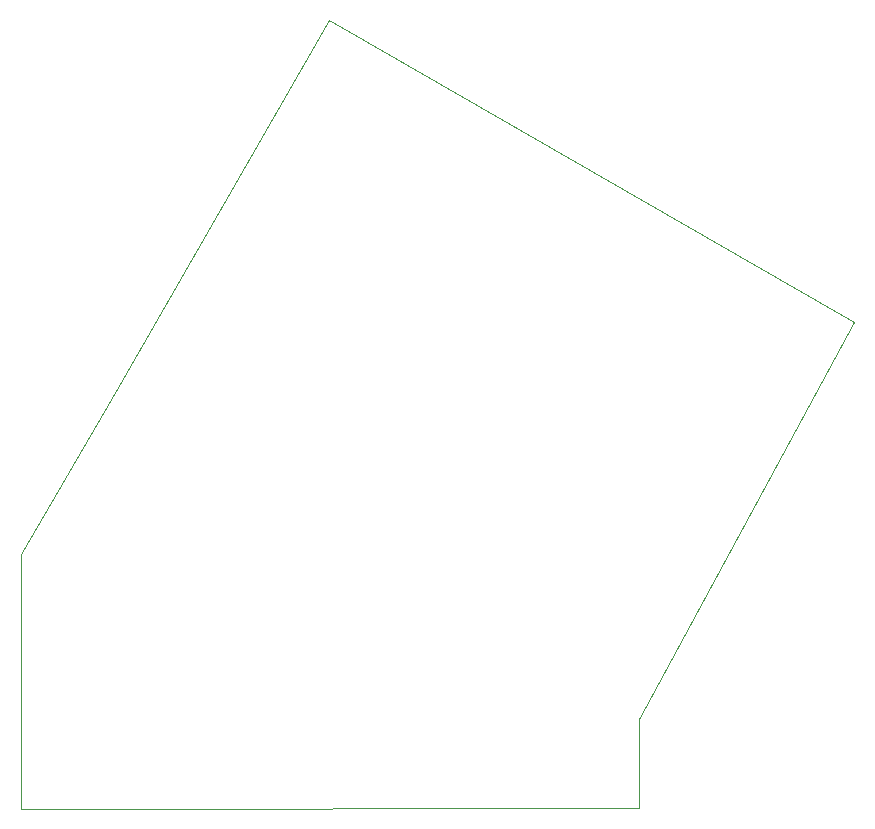
<source format=gbr>
%TF.GenerationSoftware,KiCad,Pcbnew,9.0.5*%
%TF.CreationDate,2025-10-28T18:52:10+09:00*%
%TF.ProjectId,2025_power,32303235-5f70-46f7-9765-722e6b696361,rev?*%
%TF.SameCoordinates,Original*%
%TF.FileFunction,Profile,NP*%
%FSLAX46Y46*%
G04 Gerber Fmt 4.6, Leading zero omitted, Abs format (unit mm)*
G04 Created by KiCad (PCBNEW 9.0.5) date 2025-10-28 18:52:10*
%MOMM*%
%LPD*%
G01*
G04 APERTURE LIST*
%TA.AperFunction,Profile*%
%ADD10C,0.050000*%
%TD*%
G04 APERTURE END LIST*
D10*
X101100000Y-53200000D02*
X145500000Y-78800000D01*
X82750000Y-85000000D02*
X101100000Y-53200000D01*
X127300000Y-112400000D02*
X127300000Y-119900000D01*
X75000000Y-120000000D02*
X75029796Y-98381687D01*
X127300000Y-119900000D02*
X75000000Y-120000000D01*
X145500000Y-78800000D02*
X127300000Y-112400000D01*
X82750000Y-85000000D02*
X75029796Y-98381687D01*
M02*

</source>
